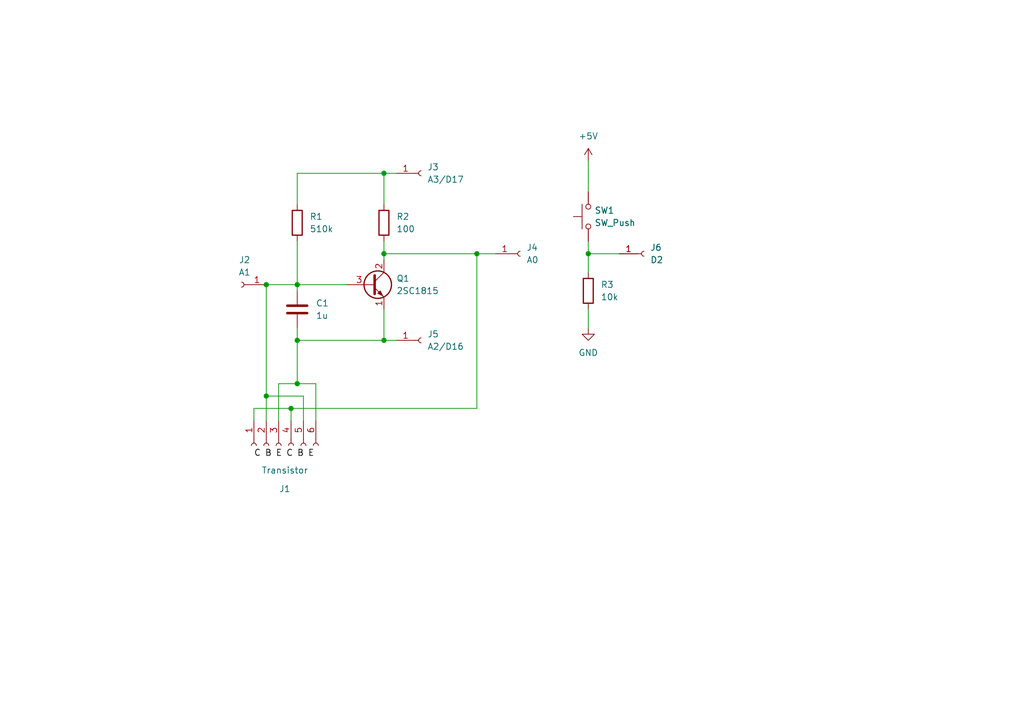
<source format=kicad_sch>
(kicad_sch (version 20211123) (generator eeschema)
  (paper "A5")
  (title_block (title "Measuring hFE of transistor") (date "2024-03-27") (rev "1.0") (company "ARAGI (https://101010.fun)"))
  (lib_symbols
    (symbol "Connector:Conn_01x01_Female" (pin_names (offset 1.016) hide)
      (property "Reference" "J" (at 0 2.54 0))
      (property "Value" "Conn_01x01_Female" (at 0 -2.54 0))
      (symbol "Conn_01x01_Female_1_1"
        (polyline (pts (xy -1.27 0) (xy -0.508 0)) (stroke (width 0.1524)))
        (arc (start 0 0.508) (mid -0.508 0) (end 0 -0.508) (stroke (width 0.1524)))
        (pin passive line (at -5.08 0 0) (length 3.81) (name "Pin_1") (number "1"))
      )
    )
    (symbol "Connector:Conn_01x06_Female" (pin_names (offset 1.016) hide)
      (property "Reference" "J" (at 0 7.62 0))
      (property "Value" "Conn_01x06_Female" (at 0 -10.16 0))
      (symbol "Conn_01x06_Female_1_1"
        (arc (start 0 -7.112) (mid -0.508 -7.62) (end 0 -8.128) (stroke (width 0.1524)))
        (arc (start 0 -4.572) (mid -0.508 -5.08) (end 0 -5.588) (stroke (width 0.1524)))
        (arc (start 0 -2.032) (mid -0.508 -2.54) (end 0 -3.048) (stroke (width 0.1524)))
        (polyline (pts (xy -1.27 -7.62) (xy -0.508 -7.62)) (stroke (width 0.1524)))
        (polyline (pts (xy -1.27 -5.08) (xy -0.508 -5.08)) (stroke (width 0.1524)))
        (polyline (pts (xy -1.27 -2.54) (xy -0.508 -2.54)) (stroke (width 0.1524)))
        (polyline (pts (xy -1.27 0) (xy -0.508 0)) (stroke (width 0.1524)))
        (polyline (pts (xy -1.27 2.54) (xy -0.508 2.54)) (stroke (width 0.1524)))
        (polyline (pts (xy -1.27 5.08) (xy -0.508 5.08)) (stroke (width 0.1524)))
        (arc (start 0 0.508) (mid -0.508 0) (end 0 -0.508) (stroke (width 0.1524)))
        (arc (start 0 3.048) (mid -0.508 2.54) (end 0 2.032) (stroke (width 0.1524)))
        (arc (start 0 5.588) (mid -0.508 5.08) (end 0 4.572) (stroke (width 0.1524)))
        (pin passive line (at -5.08 5.08 0) (length 3.81) (name "Pin_1") (number "1"))
        (pin passive line (at -5.08 2.54 0) (length 3.81) (name "Pin_2") (number "2"))
        (pin passive line (at -5.08 0 0) (length 3.81) (name "Pin_3") (number "3"))
        (pin passive line (at -5.08 -2.54 0) (length 3.81) (name "Pin_4") (number "4"))
        (pin passive line (at -5.08 -5.08 0) (length 3.81) (name "Pin_5") (number "5"))
        (pin passive line (at -5.08 -7.62 0) (length 3.81) (name "Pin_6") (number "6"))
      )
    )
    (symbol "Device:C" (pin_numbers hide) (pin_names (offset 0.254))
      (property "Reference" "C" (at 0.635 2.54 0))
      (property "Value" "C" (at 0.635 -2.54 0))
      (symbol "C_0_1"
        (polyline (pts (xy -2.032 -0.762) (xy 2.032 -0.762)) (stroke (width 0.508)))
        (polyline (pts (xy -2.032 0.762) (xy 2.032 0.762)) (stroke (width 0.508)))
      )
      (symbol "C_1_1"
        (pin passive line (at 0 3.81 270) (length 2.794) (name "~") (number "1"))
        (pin passive line (at 0 -3.81 90) (length 2.794) (name "~") (number "2"))
      )
    )
    (symbol "Device:R" (pin_numbers hide) (pin_names (offset 0))
      (property "Reference" "R" (at 2.032 0 90))
      (property "Value" "R" (at 0 0 90))
      (symbol "R_0_1"
        (rectangle (start -1.016 -2.54) (end 1.016 2.54) (stroke (width 0.254)))
      )
      (symbol "R_1_1"
        (pin passive line (at 0 3.81 270) (length 1.27) (name "~") (number "1"))
        (pin passive line (at 0 -3.81 90) (length 1.27) (name "~") (number "2"))
      )
    )
    (symbol "Switch:SW_Push" (pin_numbers hide) (pin_names (offset 1.016) hide)
      (property "Reference" "SW" (at 1.27 2.54 0))
      (property "Value" "SW_Push" (at 0 -1.524 0))
      (symbol "SW_Push_0_1"
        (circle (center -2.032 0) (radius 0.508))
        (polyline (pts (xy 0 1.27) (xy 0 3.048)))
        (polyline (pts (xy 2.54 1.27) (xy -2.54 1.27)))
        (circle (center 2.032 0) (radius 0.508))
        (pin passive line (at -5.08 0 0) (length 2.54) (name "1") (number "1"))
        (pin passive line (at 5.08 0 180) (length 2.54) (name "2") (number "2"))
      )
    )
    (symbol "Transistor_BJT:2SC1815" (pin_names (offset 0) hide)
      (property "Reference" "Q" (at 5.08 1.905 0))
      (property "Value" "2SC1815" (at 5.08 0 0))
      (symbol "2SC1815_0_1"
        (polyline (pts (xy 0 0) (xy 0.508 0)))
        (polyline (pts (xy 0.635 0.635) (xy 2.54 2.54)))
        (polyline (pts (xy 0.635 -0.635) (xy 2.54 -2.54) (xy 2.54 -2.54)))
        (polyline (pts (xy 0.635 1.905) (xy 0.635 -1.905) (xy 0.635 -1.905)) (stroke (width 0.508)))
        (polyline (pts (xy 1.27 -1.778) (xy 1.778 -1.27) (xy 2.286 -2.286) (xy 1.27 -1.778) (xy 1.27 -1.778)) (fill (type outline)))
        (circle (center 1.27 0) (radius 2.8194) (stroke (width 0.254)))
      )
      (symbol "2SC1815_1_1"
        (pin passive line (at 2.54 -5.08 90) (length 2.54) (name "E") (number "1"))
        (pin passive line (at 2.54 5.08 270) (length 2.54) (name "C") (number "2"))
        (pin input line (at -5.08 0 0) (length 5.08) (name "B") (number "3"))
      )
    )
    (symbol "power:+5V" (power) (pin_names (offset 0))
      (property "Value" "+5V" (at 0 3.556 0))
      (symbol "+5V_0_1"
        (polyline (pts (xy -0.762 1.27) (xy 0 2.54)))
        (polyline (pts (xy 0 0) (xy 0 2.54)))
        (polyline (pts (xy 0 2.54) (xy 0.762 1.27)))
      )
      (symbol "+5V_1_1"
        (pin power_in line (at 0 0 90) (length 0) hide (name "+5V") (number "1"))
      )
    )
    (symbol "power:GND" (power) (pin_names (offset 0))
      (property "Value" "GND" (at 0 -3.81 0))
      (symbol "GND_0_1"
        (polyline (pts (xy 0 0) (xy 0 -1.27) (xy 1.27 -1.27) (xy 0 -2.54) (xy -1.27 -1.27) (xy 0 -1.27)))
      )
      (symbol "GND_1_1"
        (pin power_in line (at 0 0 270) (length 0) hide (name "GND") (number "1"))
      )
    )
  )
  (junction (at 78.74 35.56))
  (junction (at 54.61 58.42))
  (junction (at 60.96 69.85))
  (junction (at 78.74 52.07))
  (junction (at 54.61 81.28))
  (junction (at 60.96 58.42))
  (junction (at 60.96 78.74))
  (junction (at 97.79 52.07))
  (junction (at 59.69 83.82))
  (junction (at 120.65 52.07))
  (junction (at 78.74 69.85))
  (wire (pts (xy 60.96 67.31) (xy 60.96 69.85)))
  (wire (pts (xy 60.96 69.85) (xy 78.74 69.85)))
  (wire (pts (xy 64.77 78.74) (xy 64.77 86.36)))
  (wire (pts (xy 52.07 83.82) (xy 59.69 83.82)))
  (wire (pts (xy 60.96 58.42) (xy 71.12 58.42)))
  (wire (pts (xy 60.96 41.91) (xy 60.96 35.56)))
  (wire (pts (xy 97.79 52.07) (xy 97.79 83.82)))
  (wire (pts (xy 54.61 81.28) (xy 62.23 81.28)))
  (wire (pts (xy 60.96 49.53) (xy 60.96 58.42)))
  (wire (pts (xy 57.15 86.36) (xy 57.15 78.74)))
  (wire (pts (xy 52.07 86.36) (xy 52.07 83.82)))
  (wire (pts (xy 120.65 63.5) (xy 120.65 67.31)))
  (wire (pts (xy 78.74 69.85) (xy 81.28 69.85)))
  (wire (pts (xy 120.65 33.02) (xy 120.65 39.37)))
  (wire (pts (xy 97.79 52.07) (xy 101.6 52.07)))
  (wire (pts (xy 60.96 58.42) (xy 60.96 59.69)))
  (wire (pts (xy 120.65 49.53) (xy 120.65 52.07)))
  (wire (pts (xy 59.69 83.82) (xy 59.69 86.36)))
  (wire (pts (xy 78.74 49.53) (xy 78.74 52.07)))
  (wire (pts (xy 60.96 78.74) (xy 64.77 78.74)))
  (wire (pts (xy 59.69 83.82) (xy 97.79 83.82)))
  (wire (pts (xy 60.96 35.56) (xy 78.74 35.56)))
  (wire (pts (xy 78.74 35.56) (xy 78.74 41.91)))
  (wire (pts (xy 120.65 52.07) (xy 120.65 55.88)))
  (wire (pts (xy 78.74 69.85) (xy 78.74 63.5)))
  (wire (pts (xy 57.15 78.74) (xy 60.96 78.74)))
  (wire (pts (xy 54.61 58.42) (xy 54.61 81.28)))
  (wire (pts (xy 78.74 52.07) (xy 97.79 52.07)))
  (wire (pts (xy 54.61 58.42) (xy 60.96 58.42)))
  (wire (pts (xy 78.74 35.56) (xy 81.28 35.56)))
  (wire (pts (xy 78.74 52.07) (xy 78.74 53.34)))
  (wire (pts (xy 120.65 52.07) (xy 127 52.07)))
  (wire (pts (xy 62.23 81.28) (xy 62.23 86.36)))
  (wire (pts (xy 60.96 69.85) (xy 60.96 78.74)))
  (wire (pts (xy 54.61 86.36) (xy 54.61 81.28)))
  (label "C B E C B E" (at 52.07 93.98 0))
  (symbol (lib_id "power:+5V") (at 120.65 33.02 0) (unit 1)
    (property "Reference" "#PWR03" (effects hide))
    (property "Value" "+5V" (at 120.65 27.94 0))
  )
  (symbol (lib_id "Device:R") (at 78.74 45.72 0) (unit 1)
    (property "Reference" "R2" (at 81.28 44.4499 0) (effects (justify left)))
    (property "Value" "100" (at 81.28 46.9899 0) (effects (justify left)))
  )
  (symbol (lib_id "Device:R") (at 60.96 45.72 0) (unit 1)
    (property "Reference" "R1" (at 63.5 44.4499 0) (effects (justify left)))
    (property "Value" "510k" (at 63.5 46.9899 0) (effects (justify left)))
  )
  (symbol (lib_id "Device:R") (at 120.65 59.69 0) (unit 1)
    (property "Reference" "R3" (at 123.19 58.4199 0) (effects (justify left)))
    (property "Value" "10k" (at 123.19 60.9599 0) (effects (justify left)))
  )
  (symbol (lib_id "Device:C") (at 60.96 63.5 0) (unit 1)
    (property "Reference" "C1" (at 64.77 62.2299 0) (effects (justify left)))
    (property "Value" "1u" (at 64.77 64.7699 0) (effects (justify left)))
  )
  (symbol (lib_id "Connector:Conn_01x01_Female") (at 86.36 35.56 0) (unit 1)
    (property "Reference" "J3" (at 87.63 34.2899 0) (effects (justify left)))
    (property "Value" "A3/D17" (at 87.63 36.8299 0) (effects (justify left)))
  )
  (symbol (lib_id "Connector:Conn_01x01_Female") (at 132.08 52.07 0) (unit 1)
    (property "Reference" "J6" (at 133.35 50.7999 0) (effects (justify left)))
    (property "Value" "D2" (at 133.35 53.3399 0) (effects (justify left)))
  )
  (symbol (lib_id "Connector:Conn_01x01_Female") (at 86.36 69.85 0) (unit 1)
    (property "Reference" "J5" (at 87.63 68.5799 0) (effects (justify left)))
    (property "Value" "A2/D16" (at 87.63 71.1199 0) (effects (justify left)))
  )
  (symbol (lib_id "Connector:Conn_01x01_Female") (at 49.53 58.42 180) (unit 1)
    (property "Reference" "J2" (at 50.165 53.34 0))
    (property "Value" "A1" (at 50.165 55.88 0))
  )
  (symbol (lib_id "Connector:Conn_01x01_Female") (at 106.68 52.07 0) (unit 1)
    (property "Reference" "J4" (at 107.95 50.7999 0) (effects (justify left)))
    (property "Value" "A0" (at 107.95 53.3399 0) (effects (justify left)))
  )
  (symbol (lib_id "Connector:Conn_01x06_Female") (at 57.15 91.44 90) (mirror x) (unit 1)
    (property "Reference" "J1" (at 58.42 100.33 90))
    (property "Value" "Transistor" (at 58.42 96.52 90))
  )
  (symbol (lib_id "Switch:SW_Push") (at 120.65 44.45 90) (unit 1)
    (property "Reference" "SW1" (at 121.92 43.1799 90) (effects (justify right)))
    (property "Value" "SW_Push" (at 121.92 45.7199 90) (effects (justify right)))
  )
  (symbol (lib_id "power:GND") (at 120.65 67.31 0) (unit 1)
    (property "Reference" "#PWR02" (effects hide))
    (property "Value" "GND" (at 120.65 72.39 0))
  )
  (symbol (lib_id "Transistor_BJT:2SC1815") (at 76.2 58.42 0) (unit 1)
    (property "Reference" "Q1" (at 81.28 57.1499 0) (effects (justify left)))
    (property "Value" "2SC1815" (at 81.28 59.6899 0) (effects (justify left)))
    (property "Footprint" "Package_TO_SOT_THT:TO-92_Inline" (effects hide))
    (property "Datasheet" "https://media.digikey.com/pdf/Data%20Sheets/Toshiba%20PDFs/2SC1815.pdf" (effects hide))
  )
)
</source>
